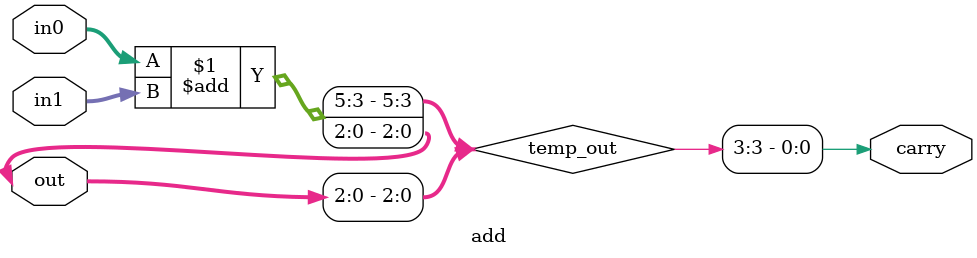
<source format=v>
module add(
  input [2:0] in0,
  input [2:0] in1,
  input [2:0] out,
  output carry
);

  wire [5:0] temp_out;

  assign temp_out = in0 + in1;
  assign out = temp_out[2:0];
  assign carry = temp_out[3];

endmodule

</source>
